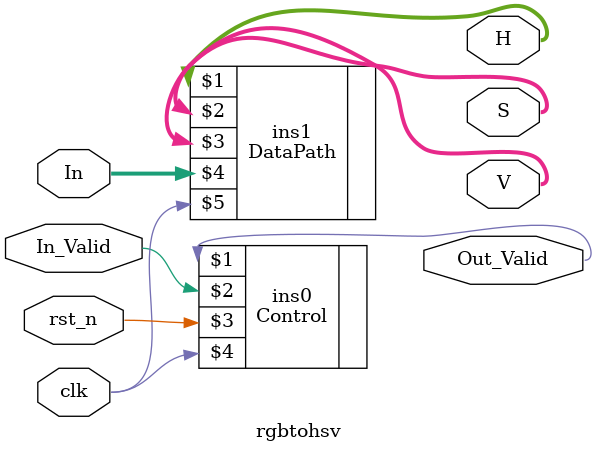
<source format=v>
module rgbtohsv(H, S, V, Out_Valid, In_Valid, In, rst_n, clk);
output [31:0] H, S, V;
output Out_Valid;
//output Out_FLag;
input clk, rst_n, In_Valid;
input [95:0] In;
wire  Valid; //S0, Cmax_En, Cmin_En, delta_En;
//wire [2:0] tri_En;

Control ins0(Out_Valid, In_Valid, rst_n, clk);
DataPath ins1(H, S, V, In, clk);

endmodule

</source>
